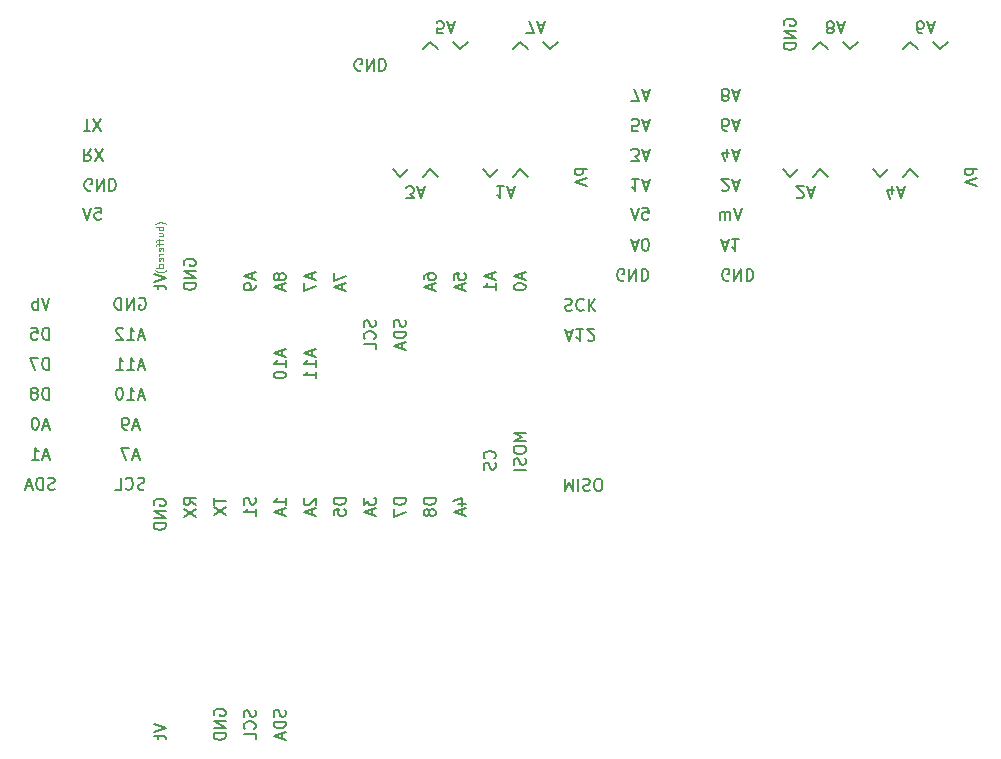
<source format=gbr>
G04 #@! TF.FileFunction,Legend,Bot*
%FSLAX46Y46*%
G04 Gerber Fmt 4.6, Leading zero omitted, Abs format (unit mm)*
G04 Created by KiCad (PCBNEW 4.0.6) date Tuesday, June 20, 2017 'PMt' 02:00:50 PM*
%MOMM*%
%LPD*%
G01*
G04 APERTURE LIST*
%ADD10C,0.100000*%
%ADD11C,0.150000*%
%ADD12C,0.200000*%
G04 APERTURE END LIST*
D10*
D11*
X177561905Y-86574286D02*
X177561905Y-85907619D01*
X177323809Y-86955238D02*
X177085714Y-86240952D01*
X177704762Y-86240952D01*
X178038095Y-86193333D02*
X178514286Y-86193333D01*
X177942857Y-85907619D02*
X178276190Y-86907619D01*
X178609524Y-85907619D01*
X177085714Y-89352381D02*
X177133333Y-89400000D01*
X177228571Y-89447619D01*
X177466667Y-89447619D01*
X177561905Y-89400000D01*
X177609524Y-89352381D01*
X177657143Y-89257143D01*
X177657143Y-89161905D01*
X177609524Y-89019048D01*
X177038095Y-88447619D01*
X177657143Y-88447619D01*
X178038095Y-88733333D02*
X178514286Y-88733333D01*
X177942857Y-88447619D02*
X178276190Y-89447619D01*
X178609524Y-88447619D01*
X177561905Y-84367619D02*
X177371428Y-84367619D01*
X177276190Y-84320000D01*
X177228571Y-84272381D01*
X177133333Y-84129524D01*
X177085714Y-83939048D01*
X177085714Y-83558095D01*
X177133333Y-83462857D01*
X177180952Y-83415238D01*
X177276190Y-83367619D01*
X177466667Y-83367619D01*
X177561905Y-83415238D01*
X177609524Y-83462857D01*
X177657143Y-83558095D01*
X177657143Y-83796190D01*
X177609524Y-83891429D01*
X177561905Y-83939048D01*
X177466667Y-83986667D01*
X177276190Y-83986667D01*
X177180952Y-83939048D01*
X177133333Y-83891429D01*
X177085714Y-83796190D01*
X178038095Y-83653333D02*
X178514286Y-83653333D01*
X177942857Y-83367619D02*
X178276190Y-84367619D01*
X178609524Y-83367619D01*
X177276190Y-81399048D02*
X177180952Y-81446667D01*
X177133333Y-81494286D01*
X177085714Y-81589524D01*
X177085714Y-81637143D01*
X177133333Y-81732381D01*
X177180952Y-81780000D01*
X177276190Y-81827619D01*
X177466667Y-81827619D01*
X177561905Y-81780000D01*
X177609524Y-81732381D01*
X177657143Y-81637143D01*
X177657143Y-81589524D01*
X177609524Y-81494286D01*
X177561905Y-81446667D01*
X177466667Y-81399048D01*
X177276190Y-81399048D01*
X177180952Y-81351429D01*
X177133333Y-81303810D01*
X177085714Y-81208571D01*
X177085714Y-81018095D01*
X177133333Y-80922857D01*
X177180952Y-80875238D01*
X177276190Y-80827619D01*
X177466667Y-80827619D01*
X177561905Y-80875238D01*
X177609524Y-80922857D01*
X177657143Y-81018095D01*
X177657143Y-81208571D01*
X177609524Y-81303810D01*
X177561905Y-81351429D01*
X177466667Y-81399048D01*
X178038095Y-81113333D02*
X178514286Y-81113333D01*
X177942857Y-80827619D02*
X178276190Y-81827619D01*
X178609524Y-80827619D01*
X169418095Y-81827619D02*
X170084762Y-81827619D01*
X169656190Y-80827619D01*
X170418095Y-81113333D02*
X170894286Y-81113333D01*
X170322857Y-80827619D02*
X170656190Y-81827619D01*
X170989524Y-80827619D01*
X169989524Y-84367619D02*
X169513333Y-84367619D01*
X169465714Y-83891429D01*
X169513333Y-83939048D01*
X169608571Y-83986667D01*
X169846667Y-83986667D01*
X169941905Y-83939048D01*
X169989524Y-83891429D01*
X170037143Y-83796190D01*
X170037143Y-83558095D01*
X169989524Y-83462857D01*
X169941905Y-83415238D01*
X169846667Y-83367619D01*
X169608571Y-83367619D01*
X169513333Y-83415238D01*
X169465714Y-83462857D01*
X170418095Y-83653333D02*
X170894286Y-83653333D01*
X170322857Y-83367619D02*
X170656190Y-84367619D01*
X170989524Y-83367619D01*
X169418095Y-86907619D02*
X170037143Y-86907619D01*
X169703809Y-86526667D01*
X169846667Y-86526667D01*
X169941905Y-86479048D01*
X169989524Y-86431429D01*
X170037143Y-86336190D01*
X170037143Y-86098095D01*
X169989524Y-86002857D01*
X169941905Y-85955238D01*
X169846667Y-85907619D01*
X169560952Y-85907619D01*
X169465714Y-85955238D01*
X169418095Y-86002857D01*
X170418095Y-86193333D02*
X170894286Y-86193333D01*
X170322857Y-85907619D02*
X170656190Y-86907619D01*
X170989524Y-85907619D01*
X170037143Y-88447619D02*
X169465714Y-88447619D01*
X169751428Y-88447619D02*
X169751428Y-89447619D01*
X169656190Y-89304762D01*
X169560952Y-89209524D01*
X169465714Y-89161905D01*
X170418095Y-88733333D02*
X170894286Y-88733333D01*
X170322857Y-88447619D02*
X170656190Y-89447619D01*
X170989524Y-88447619D01*
X168783096Y-97020000D02*
X168687858Y-97067619D01*
X168545001Y-97067619D01*
X168402143Y-97020000D01*
X168306905Y-96924762D01*
X168259286Y-96829524D01*
X168211667Y-96639048D01*
X168211667Y-96496190D01*
X168259286Y-96305714D01*
X168306905Y-96210476D01*
X168402143Y-96115238D01*
X168545001Y-96067619D01*
X168640239Y-96067619D01*
X168783096Y-96115238D01*
X168830715Y-96162857D01*
X168830715Y-96496190D01*
X168640239Y-96496190D01*
X169259286Y-96067619D02*
X169259286Y-97067619D01*
X169830715Y-96067619D01*
X169830715Y-97067619D01*
X170306905Y-96067619D02*
X170306905Y-97067619D01*
X170545000Y-97067619D01*
X170687858Y-97020000D01*
X170783096Y-96924762D01*
X170830715Y-96829524D01*
X170878334Y-96639048D01*
X170878334Y-96496190D01*
X170830715Y-96305714D01*
X170783096Y-96210476D01*
X170687858Y-96115238D01*
X170545000Y-96067619D01*
X170306905Y-96067619D01*
X177673096Y-97020000D02*
X177577858Y-97067619D01*
X177435001Y-97067619D01*
X177292143Y-97020000D01*
X177196905Y-96924762D01*
X177149286Y-96829524D01*
X177101667Y-96639048D01*
X177101667Y-96496190D01*
X177149286Y-96305714D01*
X177196905Y-96210476D01*
X177292143Y-96115238D01*
X177435001Y-96067619D01*
X177530239Y-96067619D01*
X177673096Y-96115238D01*
X177720715Y-96162857D01*
X177720715Y-96496190D01*
X177530239Y-96496190D01*
X178149286Y-96067619D02*
X178149286Y-97067619D01*
X178720715Y-96067619D01*
X178720715Y-97067619D01*
X179196905Y-96067619D02*
X179196905Y-97067619D01*
X179435000Y-97067619D01*
X179577858Y-97020000D01*
X179673096Y-96924762D01*
X179720715Y-96829524D01*
X179768334Y-96639048D01*
X179768334Y-96496190D01*
X179720715Y-96305714D01*
X179673096Y-96210476D01*
X179577858Y-96115238D01*
X179435000Y-96067619D01*
X179196905Y-96067619D01*
X177085714Y-93813333D02*
X177561905Y-93813333D01*
X176990476Y-93527619D02*
X177323809Y-94527619D01*
X177657143Y-93527619D01*
X178514286Y-93527619D02*
X177942857Y-93527619D01*
X178228571Y-93527619D02*
X178228571Y-94527619D01*
X178133333Y-94384762D01*
X178038095Y-94289524D01*
X177942857Y-94241905D01*
X169465714Y-93813333D02*
X169941905Y-93813333D01*
X169370476Y-93527619D02*
X169703809Y-94527619D01*
X170037143Y-93527619D01*
X170560952Y-94527619D02*
X170656191Y-94527619D01*
X170751429Y-94480000D01*
X170799048Y-94432381D01*
X170846667Y-94337143D01*
X170894286Y-94146667D01*
X170894286Y-93908571D01*
X170846667Y-93718095D01*
X170799048Y-93622857D01*
X170751429Y-93575238D01*
X170656191Y-93527619D01*
X170560952Y-93527619D01*
X170465714Y-93575238D01*
X170418095Y-93622857D01*
X170370476Y-93718095D01*
X170322857Y-93908571D01*
X170322857Y-94146667D01*
X170370476Y-94337143D01*
X170418095Y-94432381D01*
X170465714Y-94480000D01*
X170560952Y-94527619D01*
X170370476Y-90892381D02*
X170846667Y-90892381D01*
X170894286Y-91368571D01*
X170846667Y-91320952D01*
X170751429Y-91273333D01*
X170513333Y-91273333D01*
X170418095Y-91320952D01*
X170370476Y-91368571D01*
X170322857Y-91463810D01*
X170322857Y-91701905D01*
X170370476Y-91797143D01*
X170418095Y-91844762D01*
X170513333Y-91892381D01*
X170751429Y-91892381D01*
X170846667Y-91844762D01*
X170894286Y-91797143D01*
X170037143Y-90892381D02*
X169703810Y-91892381D01*
X169370476Y-90892381D01*
X178800000Y-90892381D02*
X178466667Y-91892381D01*
X178133333Y-90892381D01*
X177800000Y-91892381D02*
X177800000Y-91225714D01*
X177800000Y-91320952D02*
X177752381Y-91273333D01*
X177657143Y-91225714D01*
X177514285Y-91225714D01*
X177419047Y-91273333D01*
X177371428Y-91368571D01*
X177371428Y-91892381D01*
X177371428Y-91368571D02*
X177323809Y-91273333D01*
X177228571Y-91225714D01*
X177085714Y-91225714D01*
X176990476Y-91273333D01*
X176942857Y-91368571D01*
X176942857Y-91892381D01*
X198667619Y-89050714D02*
X197667619Y-88717381D01*
X198667619Y-88384047D01*
X197667619Y-87622142D02*
X198667619Y-87622142D01*
X197715238Y-87622142D02*
X197667619Y-87717380D01*
X197667619Y-87907857D01*
X197715238Y-88003095D01*
X197762857Y-88050714D01*
X197858095Y-88098333D01*
X198143810Y-88098333D01*
X198239048Y-88050714D01*
X198286667Y-88003095D01*
X198334286Y-87907857D01*
X198334286Y-87717380D01*
X198286667Y-87622142D01*
X165647619Y-89050714D02*
X164647619Y-88717381D01*
X165647619Y-88384047D01*
X164647619Y-87622142D02*
X165647619Y-87622142D01*
X164695238Y-87622142D02*
X164647619Y-87717380D01*
X164647619Y-87907857D01*
X164695238Y-88003095D01*
X164742857Y-88050714D01*
X164838095Y-88098333D01*
X165123810Y-88098333D01*
X165219048Y-88050714D01*
X165266667Y-88003095D01*
X165314286Y-87907857D01*
X165314286Y-87717380D01*
X165266667Y-87622142D01*
X182380000Y-75438096D02*
X182332381Y-75342858D01*
X182332381Y-75200001D01*
X182380000Y-75057143D01*
X182475238Y-74961905D01*
X182570476Y-74914286D01*
X182760952Y-74866667D01*
X182903810Y-74866667D01*
X183094286Y-74914286D01*
X183189524Y-74961905D01*
X183284762Y-75057143D01*
X183332381Y-75200001D01*
X183332381Y-75295239D01*
X183284762Y-75438096D01*
X183237143Y-75485715D01*
X182903810Y-75485715D01*
X182903810Y-75295239D01*
X183332381Y-75914286D02*
X182332381Y-75914286D01*
X183332381Y-76485715D01*
X182332381Y-76485715D01*
X183332381Y-76961905D02*
X182332381Y-76961905D01*
X182332381Y-77200000D01*
X182380000Y-77342858D01*
X182475238Y-77438096D01*
X182570476Y-77485715D01*
X182760952Y-77533334D01*
X182903810Y-77533334D01*
X183094286Y-77485715D01*
X183189524Y-77438096D01*
X183284762Y-77342858D01*
X183332381Y-77200000D01*
X183332381Y-76961905D01*
X146558096Y-79240000D02*
X146462858Y-79287619D01*
X146320001Y-79287619D01*
X146177143Y-79240000D01*
X146081905Y-79144762D01*
X146034286Y-79049524D01*
X145986667Y-78859048D01*
X145986667Y-78716190D01*
X146034286Y-78525714D01*
X146081905Y-78430476D01*
X146177143Y-78335238D01*
X146320001Y-78287619D01*
X146415239Y-78287619D01*
X146558096Y-78335238D01*
X146605715Y-78382857D01*
X146605715Y-78716190D01*
X146415239Y-78716190D01*
X147034286Y-78287619D02*
X147034286Y-79287619D01*
X147605715Y-78287619D01*
X147605715Y-79287619D01*
X148081905Y-78287619D02*
X148081905Y-79287619D01*
X148320000Y-79287619D01*
X148462858Y-79240000D01*
X148558096Y-79144762D01*
X148605715Y-79049524D01*
X148653334Y-78859048D01*
X148653334Y-78716190D01*
X148605715Y-78525714D01*
X148558096Y-78430476D01*
X148462858Y-78335238D01*
X148320000Y-78287619D01*
X148081905Y-78287619D01*
X186166190Y-75684048D02*
X186070952Y-75731667D01*
X186023333Y-75779286D01*
X185975714Y-75874524D01*
X185975714Y-75922143D01*
X186023333Y-76017381D01*
X186070952Y-76065000D01*
X186166190Y-76112619D01*
X186356667Y-76112619D01*
X186451905Y-76065000D01*
X186499524Y-76017381D01*
X186547143Y-75922143D01*
X186547143Y-75874524D01*
X186499524Y-75779286D01*
X186451905Y-75731667D01*
X186356667Y-75684048D01*
X186166190Y-75684048D01*
X186070952Y-75636429D01*
X186023333Y-75588810D01*
X185975714Y-75493571D01*
X185975714Y-75303095D01*
X186023333Y-75207857D01*
X186070952Y-75160238D01*
X186166190Y-75112619D01*
X186356667Y-75112619D01*
X186451905Y-75160238D01*
X186499524Y-75207857D01*
X186547143Y-75303095D01*
X186547143Y-75493571D01*
X186499524Y-75588810D01*
X186451905Y-75636429D01*
X186356667Y-75684048D01*
X186928095Y-75398333D02*
X187404286Y-75398333D01*
X186832857Y-75112619D02*
X187166190Y-76112619D01*
X187499524Y-75112619D01*
X194071905Y-76112619D02*
X193881428Y-76112619D01*
X193786190Y-76065000D01*
X193738571Y-76017381D01*
X193643333Y-75874524D01*
X193595714Y-75684048D01*
X193595714Y-75303095D01*
X193643333Y-75207857D01*
X193690952Y-75160238D01*
X193786190Y-75112619D01*
X193976667Y-75112619D01*
X194071905Y-75160238D01*
X194119524Y-75207857D01*
X194167143Y-75303095D01*
X194167143Y-75541190D01*
X194119524Y-75636429D01*
X194071905Y-75684048D01*
X193976667Y-75731667D01*
X193786190Y-75731667D01*
X193690952Y-75684048D01*
X193643333Y-75636429D01*
X193595714Y-75541190D01*
X194548095Y-75398333D02*
X195024286Y-75398333D01*
X194452857Y-75112619D02*
X194786190Y-76112619D01*
X195119524Y-75112619D01*
X153479524Y-76112619D02*
X153003333Y-76112619D01*
X152955714Y-75636429D01*
X153003333Y-75684048D01*
X153098571Y-75731667D01*
X153336667Y-75731667D01*
X153431905Y-75684048D01*
X153479524Y-75636429D01*
X153527143Y-75541190D01*
X153527143Y-75303095D01*
X153479524Y-75207857D01*
X153431905Y-75160238D01*
X153336667Y-75112619D01*
X153098571Y-75112619D01*
X153003333Y-75160238D01*
X152955714Y-75207857D01*
X153908095Y-75398333D02*
X154384286Y-75398333D01*
X153812857Y-75112619D02*
X154146190Y-76112619D01*
X154479524Y-75112619D01*
X150368095Y-90082619D02*
X150987143Y-90082619D01*
X150653809Y-89701667D01*
X150796667Y-89701667D01*
X150891905Y-89654048D01*
X150939524Y-89606429D01*
X150987143Y-89511190D01*
X150987143Y-89273095D01*
X150939524Y-89177857D01*
X150891905Y-89130238D01*
X150796667Y-89082619D01*
X150510952Y-89082619D01*
X150415714Y-89130238D01*
X150368095Y-89177857D01*
X151368095Y-89368333D02*
X151844286Y-89368333D01*
X151272857Y-89082619D02*
X151606190Y-90082619D01*
X151939524Y-89082619D01*
X183435714Y-89987381D02*
X183483333Y-90035000D01*
X183578571Y-90082619D01*
X183816667Y-90082619D01*
X183911905Y-90035000D01*
X183959524Y-89987381D01*
X184007143Y-89892143D01*
X184007143Y-89796905D01*
X183959524Y-89654048D01*
X183388095Y-89082619D01*
X184007143Y-89082619D01*
X184388095Y-89368333D02*
X184864286Y-89368333D01*
X184292857Y-89082619D02*
X184626190Y-90082619D01*
X184959524Y-89082619D01*
X191531905Y-89749286D02*
X191531905Y-89082619D01*
X191293809Y-90130238D02*
X191055714Y-89415952D01*
X191674762Y-89415952D01*
X192008095Y-89368333D02*
X192484286Y-89368333D01*
X191912857Y-89082619D02*
X192246190Y-90082619D01*
X192579524Y-89082619D01*
X160528095Y-76112619D02*
X161194762Y-76112619D01*
X160766190Y-75112619D01*
X161528095Y-75398333D02*
X162004286Y-75398333D01*
X161432857Y-75112619D02*
X161766190Y-76112619D01*
X162099524Y-75112619D01*
D12*
X182880000Y-88265000D02*
X182245000Y-87630000D01*
X183515000Y-87630000D02*
X182880000Y-88265000D01*
X185420000Y-87630000D02*
X184785000Y-88265000D01*
X186055000Y-88265000D02*
X185420000Y-87630000D01*
X190500000Y-88265000D02*
X189865000Y-87630000D01*
X191135000Y-87630000D02*
X190500000Y-88265000D01*
X193040000Y-87630000D02*
X192405000Y-88265000D01*
X193675000Y-88265000D02*
X193040000Y-87630000D01*
X195580000Y-77470000D02*
X196215000Y-76835000D01*
X194945000Y-76835000D02*
X195580000Y-77470000D01*
X193040000Y-76835000D02*
X193675000Y-77470000D01*
X192405000Y-77470000D02*
X193040000Y-76835000D01*
X187960000Y-77470000D02*
X188595000Y-76835000D01*
X187325000Y-76835000D02*
X187960000Y-77470000D01*
X185420000Y-76835000D02*
X186055000Y-77470000D01*
X184785000Y-77470000D02*
X185420000Y-76835000D01*
X162560000Y-77470000D02*
X163195000Y-76835000D01*
X161925000Y-76835000D02*
X162560000Y-77470000D01*
X160020000Y-76835000D02*
X160655000Y-77470000D01*
X159385000Y-77470000D02*
X160020000Y-76835000D01*
X154940000Y-77470000D02*
X155575000Y-76835000D01*
X154305000Y-76835000D02*
X154940000Y-77470000D01*
X152400000Y-76835000D02*
X153035000Y-77470000D01*
X151765000Y-77470000D02*
X152400000Y-76835000D01*
X149860000Y-88265000D02*
X149225000Y-87630000D01*
X150495000Y-87630000D02*
X149860000Y-88265000D01*
X152400000Y-87630000D02*
X151765000Y-88265000D01*
X153035000Y-88265000D02*
X152400000Y-87630000D01*
X157480000Y-88265000D02*
X156845000Y-87630000D01*
X158115000Y-87630000D02*
X157480000Y-88265000D01*
X160020000Y-87630000D02*
X159385000Y-88265000D01*
X160655000Y-88265000D02*
X160020000Y-87630000D01*
D11*
X158607143Y-89082619D02*
X158035714Y-89082619D01*
X158321428Y-89082619D02*
X158321428Y-90082619D01*
X158226190Y-89939762D01*
X158130952Y-89844524D01*
X158035714Y-89796905D01*
X158988095Y-89368333D02*
X159464286Y-89368333D01*
X158892857Y-89082619D02*
X159226190Y-90082619D01*
X159559524Y-89082619D01*
X123658334Y-85907619D02*
X123325000Y-86383810D01*
X123086905Y-85907619D02*
X123086905Y-86907619D01*
X123467858Y-86907619D01*
X123563096Y-86860000D01*
X123610715Y-86812381D01*
X123658334Y-86717143D01*
X123658334Y-86574286D01*
X123610715Y-86479048D01*
X123563096Y-86431429D01*
X123467858Y-86383810D01*
X123086905Y-86383810D01*
X123991667Y-86907619D02*
X124658334Y-85907619D01*
X124658334Y-86907619D02*
X123991667Y-85907619D01*
X123063095Y-84367619D02*
X123634524Y-84367619D01*
X123348809Y-83367619D02*
X123348809Y-84367619D01*
X123872619Y-84367619D02*
X124539286Y-83367619D01*
X124539286Y-84367619D02*
X123872619Y-83367619D01*
X123698096Y-89400000D02*
X123602858Y-89447619D01*
X123460001Y-89447619D01*
X123317143Y-89400000D01*
X123221905Y-89304762D01*
X123174286Y-89209524D01*
X123126667Y-89019048D01*
X123126667Y-88876190D01*
X123174286Y-88685714D01*
X123221905Y-88590476D01*
X123317143Y-88495238D01*
X123460001Y-88447619D01*
X123555239Y-88447619D01*
X123698096Y-88495238D01*
X123745715Y-88542857D01*
X123745715Y-88876190D01*
X123555239Y-88876190D01*
X124174286Y-88447619D02*
X124174286Y-89447619D01*
X124745715Y-88447619D01*
X124745715Y-89447619D01*
X125221905Y-88447619D02*
X125221905Y-89447619D01*
X125460000Y-89447619D01*
X125602858Y-89400000D01*
X125698096Y-89304762D01*
X125745715Y-89209524D01*
X125793334Y-89019048D01*
X125793334Y-88876190D01*
X125745715Y-88685714D01*
X125698096Y-88590476D01*
X125602858Y-88495238D01*
X125460000Y-88447619D01*
X125221905Y-88447619D01*
X124015476Y-90892381D02*
X124491667Y-90892381D01*
X124539286Y-91368571D01*
X124491667Y-91320952D01*
X124396429Y-91273333D01*
X124158333Y-91273333D01*
X124063095Y-91320952D01*
X124015476Y-91368571D01*
X123967857Y-91463810D01*
X123967857Y-91701905D01*
X124015476Y-91797143D01*
X124063095Y-91844762D01*
X124158333Y-91892381D01*
X124396429Y-91892381D01*
X124491667Y-91844762D01*
X124539286Y-91797143D01*
X123682143Y-90892381D02*
X123348810Y-91892381D01*
X123015476Y-90892381D01*
X140104762Y-133405714D02*
X140152381Y-133548571D01*
X140152381Y-133786667D01*
X140104762Y-133881905D01*
X140057143Y-133929524D01*
X139961905Y-133977143D01*
X139866667Y-133977143D01*
X139771429Y-133929524D01*
X139723810Y-133881905D01*
X139676190Y-133786667D01*
X139628571Y-133596190D01*
X139580952Y-133500952D01*
X139533333Y-133453333D01*
X139438095Y-133405714D01*
X139342857Y-133405714D01*
X139247619Y-133453333D01*
X139200000Y-133500952D01*
X139152381Y-133596190D01*
X139152381Y-133834286D01*
X139200000Y-133977143D01*
X140152381Y-134405714D02*
X139152381Y-134405714D01*
X139152381Y-134643809D01*
X139200000Y-134786667D01*
X139295238Y-134881905D01*
X139390476Y-134929524D01*
X139580952Y-134977143D01*
X139723810Y-134977143D01*
X139914286Y-134929524D01*
X140009524Y-134881905D01*
X140104762Y-134786667D01*
X140152381Y-134643809D01*
X140152381Y-134405714D01*
X139866667Y-135358095D02*
X139866667Y-135834286D01*
X140152381Y-135262857D02*
X139152381Y-135596190D01*
X140152381Y-135929524D01*
X137564762Y-133429524D02*
X137612381Y-133572381D01*
X137612381Y-133810477D01*
X137564762Y-133905715D01*
X137517143Y-133953334D01*
X137421905Y-134000953D01*
X137326667Y-134000953D01*
X137231429Y-133953334D01*
X137183810Y-133905715D01*
X137136190Y-133810477D01*
X137088571Y-133620000D01*
X137040952Y-133524762D01*
X136993333Y-133477143D01*
X136898095Y-133429524D01*
X136802857Y-133429524D01*
X136707619Y-133477143D01*
X136660000Y-133524762D01*
X136612381Y-133620000D01*
X136612381Y-133858096D01*
X136660000Y-134000953D01*
X137517143Y-135000953D02*
X137564762Y-134953334D01*
X137612381Y-134810477D01*
X137612381Y-134715239D01*
X137564762Y-134572381D01*
X137469524Y-134477143D01*
X137374286Y-134429524D01*
X137183810Y-134381905D01*
X137040952Y-134381905D01*
X136850476Y-134429524D01*
X136755238Y-134477143D01*
X136660000Y-134572381D01*
X136612381Y-134715239D01*
X136612381Y-134810477D01*
X136660000Y-134953334D01*
X136707619Y-135000953D01*
X137612381Y-135905715D02*
X137612381Y-135429524D01*
X136612381Y-135429524D01*
X134120000Y-133858096D02*
X134072381Y-133762858D01*
X134072381Y-133620001D01*
X134120000Y-133477143D01*
X134215238Y-133381905D01*
X134310476Y-133334286D01*
X134500952Y-133286667D01*
X134643810Y-133286667D01*
X134834286Y-133334286D01*
X134929524Y-133381905D01*
X135024762Y-133477143D01*
X135072381Y-133620001D01*
X135072381Y-133715239D01*
X135024762Y-133858096D01*
X134977143Y-133905715D01*
X134643810Y-133905715D01*
X134643810Y-133715239D01*
X135072381Y-134334286D02*
X134072381Y-134334286D01*
X135072381Y-134905715D01*
X134072381Y-134905715D01*
X135072381Y-135381905D02*
X134072381Y-135381905D01*
X134072381Y-135620000D01*
X134120000Y-135762858D01*
X134215238Y-135858096D01*
X134310476Y-135905715D01*
X134500952Y-135953334D01*
X134643810Y-135953334D01*
X134834286Y-135905715D01*
X134929524Y-135858096D01*
X135024762Y-135762858D01*
X135072381Y-135620000D01*
X135072381Y-135381905D01*
X128992381Y-134635952D02*
X129992381Y-134969285D01*
X128992381Y-135302619D01*
X129325714Y-135493095D02*
X129325714Y-135874047D01*
X128992381Y-135635952D02*
X129849524Y-135635952D01*
X129944762Y-135683571D01*
X129992381Y-135778809D01*
X129992381Y-135874047D01*
X129040000Y-116078096D02*
X128992381Y-115982858D01*
X128992381Y-115840001D01*
X129040000Y-115697143D01*
X129135238Y-115601905D01*
X129230476Y-115554286D01*
X129420952Y-115506667D01*
X129563810Y-115506667D01*
X129754286Y-115554286D01*
X129849524Y-115601905D01*
X129944762Y-115697143D01*
X129992381Y-115840001D01*
X129992381Y-115935239D01*
X129944762Y-116078096D01*
X129897143Y-116125715D01*
X129563810Y-116125715D01*
X129563810Y-115935239D01*
X129992381Y-116554286D02*
X128992381Y-116554286D01*
X129992381Y-117125715D01*
X128992381Y-117125715D01*
X129992381Y-117601905D02*
X128992381Y-117601905D01*
X128992381Y-117840000D01*
X129040000Y-117982858D01*
X129135238Y-118078096D01*
X129230476Y-118125715D01*
X129420952Y-118173334D01*
X129563810Y-118173334D01*
X129754286Y-118125715D01*
X129849524Y-118078096D01*
X129944762Y-117982858D01*
X129992381Y-117840000D01*
X129992381Y-117601905D01*
X132532381Y-116038334D02*
X132056190Y-115705000D01*
X132532381Y-115466905D02*
X131532381Y-115466905D01*
X131532381Y-115847858D01*
X131580000Y-115943096D01*
X131627619Y-115990715D01*
X131722857Y-116038334D01*
X131865714Y-116038334D01*
X131960952Y-115990715D01*
X132008571Y-115943096D01*
X132056190Y-115847858D01*
X132056190Y-115466905D01*
X131532381Y-116371667D02*
X132532381Y-117038334D01*
X131532381Y-117038334D02*
X132532381Y-116371667D01*
X134072381Y-115443095D02*
X134072381Y-116014524D01*
X135072381Y-115728809D02*
X134072381Y-115728809D01*
X134072381Y-116252619D02*
X135072381Y-116919286D01*
X134072381Y-116919286D02*
X135072381Y-116252619D01*
X137564762Y-115443095D02*
X137612381Y-115585952D01*
X137612381Y-115824048D01*
X137564762Y-115919286D01*
X137517143Y-115966905D01*
X137421905Y-116014524D01*
X137326667Y-116014524D01*
X137231429Y-115966905D01*
X137183810Y-115919286D01*
X137136190Y-115824048D01*
X137088571Y-115633571D01*
X137040952Y-115538333D01*
X136993333Y-115490714D01*
X136898095Y-115443095D01*
X136802857Y-115443095D01*
X136707619Y-115490714D01*
X136660000Y-115538333D01*
X136612381Y-115633571D01*
X136612381Y-115871667D01*
X136660000Y-116014524D01*
X137612381Y-116966905D02*
X137612381Y-116395476D01*
X137612381Y-116681190D02*
X136612381Y-116681190D01*
X136755238Y-116585952D01*
X136850476Y-116490714D01*
X136898095Y-116395476D01*
X140152381Y-116062143D02*
X140152381Y-115490714D01*
X140152381Y-115776428D02*
X139152381Y-115776428D01*
X139295238Y-115681190D01*
X139390476Y-115585952D01*
X139438095Y-115490714D01*
X139866667Y-116443095D02*
X139866667Y-116919286D01*
X140152381Y-116347857D02*
X139152381Y-116681190D01*
X140152381Y-117014524D01*
X141787619Y-115490714D02*
X141740000Y-115538333D01*
X141692381Y-115633571D01*
X141692381Y-115871667D01*
X141740000Y-115966905D01*
X141787619Y-116014524D01*
X141882857Y-116062143D01*
X141978095Y-116062143D01*
X142120952Y-116014524D01*
X142692381Y-115443095D01*
X142692381Y-116062143D01*
X142406667Y-116443095D02*
X142406667Y-116919286D01*
X142692381Y-116347857D02*
X141692381Y-116681190D01*
X142692381Y-117014524D01*
X145232381Y-115466905D02*
X144232381Y-115466905D01*
X144232381Y-115705000D01*
X144280000Y-115847858D01*
X144375238Y-115943096D01*
X144470476Y-115990715D01*
X144660952Y-116038334D01*
X144803810Y-116038334D01*
X144994286Y-115990715D01*
X145089524Y-115943096D01*
X145184762Y-115847858D01*
X145232381Y-115705000D01*
X145232381Y-115466905D01*
X144232381Y-116943096D02*
X144232381Y-116466905D01*
X144708571Y-116419286D01*
X144660952Y-116466905D01*
X144613333Y-116562143D01*
X144613333Y-116800239D01*
X144660952Y-116895477D01*
X144708571Y-116943096D01*
X144803810Y-116990715D01*
X145041905Y-116990715D01*
X145137143Y-116943096D01*
X145184762Y-116895477D01*
X145232381Y-116800239D01*
X145232381Y-116562143D01*
X145184762Y-116466905D01*
X145137143Y-116419286D01*
X146772381Y-115443095D02*
X146772381Y-116062143D01*
X147153333Y-115728809D01*
X147153333Y-115871667D01*
X147200952Y-115966905D01*
X147248571Y-116014524D01*
X147343810Y-116062143D01*
X147581905Y-116062143D01*
X147677143Y-116014524D01*
X147724762Y-115966905D01*
X147772381Y-115871667D01*
X147772381Y-115585952D01*
X147724762Y-115490714D01*
X147677143Y-115443095D01*
X147486667Y-116443095D02*
X147486667Y-116919286D01*
X147772381Y-116347857D02*
X146772381Y-116681190D01*
X147772381Y-117014524D01*
X150312381Y-115466905D02*
X149312381Y-115466905D01*
X149312381Y-115705000D01*
X149360000Y-115847858D01*
X149455238Y-115943096D01*
X149550476Y-115990715D01*
X149740952Y-116038334D01*
X149883810Y-116038334D01*
X150074286Y-115990715D01*
X150169524Y-115943096D01*
X150264762Y-115847858D01*
X150312381Y-115705000D01*
X150312381Y-115466905D01*
X149312381Y-116371667D02*
X149312381Y-117038334D01*
X150312381Y-116609762D01*
X152852381Y-115466905D02*
X151852381Y-115466905D01*
X151852381Y-115705000D01*
X151900000Y-115847858D01*
X151995238Y-115943096D01*
X152090476Y-115990715D01*
X152280952Y-116038334D01*
X152423810Y-116038334D01*
X152614286Y-115990715D01*
X152709524Y-115943096D01*
X152804762Y-115847858D01*
X152852381Y-115705000D01*
X152852381Y-115466905D01*
X152280952Y-116609762D02*
X152233333Y-116514524D01*
X152185714Y-116466905D01*
X152090476Y-116419286D01*
X152042857Y-116419286D01*
X151947619Y-116466905D01*
X151900000Y-116514524D01*
X151852381Y-116609762D01*
X151852381Y-116800239D01*
X151900000Y-116895477D01*
X151947619Y-116943096D01*
X152042857Y-116990715D01*
X152090476Y-116990715D01*
X152185714Y-116943096D01*
X152233333Y-116895477D01*
X152280952Y-116800239D01*
X152280952Y-116609762D01*
X152328571Y-116514524D01*
X152376190Y-116466905D01*
X152471429Y-116419286D01*
X152661905Y-116419286D01*
X152757143Y-116466905D01*
X152804762Y-116514524D01*
X152852381Y-116609762D01*
X152852381Y-116800239D01*
X152804762Y-116895477D01*
X152757143Y-116943096D01*
X152661905Y-116990715D01*
X152471429Y-116990715D01*
X152376190Y-116943096D01*
X152328571Y-116895477D01*
X152280952Y-116800239D01*
X154725714Y-115966905D02*
X155392381Y-115966905D01*
X154344762Y-115728809D02*
X155059048Y-115490714D01*
X155059048Y-116109762D01*
X155106667Y-116443095D02*
X155106667Y-116919286D01*
X155392381Y-116347857D02*
X154392381Y-116681190D01*
X155392381Y-117014524D01*
X157837143Y-112101334D02*
X157884762Y-112053715D01*
X157932381Y-111910858D01*
X157932381Y-111815620D01*
X157884762Y-111672762D01*
X157789524Y-111577524D01*
X157694286Y-111529905D01*
X157503810Y-111482286D01*
X157360952Y-111482286D01*
X157170476Y-111529905D01*
X157075238Y-111577524D01*
X156980000Y-111672762D01*
X156932381Y-111815620D01*
X156932381Y-111910858D01*
X156980000Y-112053715D01*
X157027619Y-112101334D01*
X157884762Y-112482286D02*
X157932381Y-112625143D01*
X157932381Y-112863239D01*
X157884762Y-112958477D01*
X157837143Y-113006096D01*
X157741905Y-113053715D01*
X157646667Y-113053715D01*
X157551429Y-113006096D01*
X157503810Y-112958477D01*
X157456190Y-112863239D01*
X157408571Y-112672762D01*
X157360952Y-112577524D01*
X157313333Y-112529905D01*
X157218095Y-112482286D01*
X157122857Y-112482286D01*
X157027619Y-112529905D01*
X156980000Y-112577524D01*
X156932381Y-112672762D01*
X156932381Y-112910858D01*
X156980000Y-113053715D01*
X160472381Y-109934572D02*
X159472381Y-109934572D01*
X160186667Y-110267906D01*
X159472381Y-110601239D01*
X160472381Y-110601239D01*
X159472381Y-111267905D02*
X159472381Y-111458382D01*
X159520000Y-111553620D01*
X159615238Y-111648858D01*
X159805714Y-111696477D01*
X160139048Y-111696477D01*
X160329524Y-111648858D01*
X160424762Y-111553620D01*
X160472381Y-111458382D01*
X160472381Y-111267905D01*
X160424762Y-111172667D01*
X160329524Y-111077429D01*
X160139048Y-111029810D01*
X159805714Y-111029810D01*
X159615238Y-111077429D01*
X159520000Y-111172667D01*
X159472381Y-111267905D01*
X160424762Y-112077429D02*
X160472381Y-112220286D01*
X160472381Y-112458382D01*
X160424762Y-112553620D01*
X160377143Y-112601239D01*
X160281905Y-112648858D01*
X160186667Y-112648858D01*
X160091429Y-112601239D01*
X160043810Y-112553620D01*
X159996190Y-112458382D01*
X159948571Y-112267905D01*
X159900952Y-112172667D01*
X159853333Y-112125048D01*
X159758095Y-112077429D01*
X159662857Y-112077429D01*
X159567619Y-112125048D01*
X159520000Y-112172667D01*
X159472381Y-112267905D01*
X159472381Y-112506001D01*
X159520000Y-112648858D01*
X160472381Y-113077429D02*
X159472381Y-113077429D01*
X163782572Y-113847619D02*
X163782572Y-114847619D01*
X164115906Y-114133333D01*
X164449239Y-114847619D01*
X164449239Y-113847619D01*
X164925429Y-113847619D02*
X164925429Y-114847619D01*
X165354000Y-113895238D02*
X165496857Y-113847619D01*
X165734953Y-113847619D01*
X165830191Y-113895238D01*
X165877810Y-113942857D01*
X165925429Y-114038095D01*
X165925429Y-114133333D01*
X165877810Y-114228571D01*
X165830191Y-114276190D01*
X165734953Y-114323810D01*
X165544476Y-114371429D01*
X165449238Y-114419048D01*
X165401619Y-114466667D01*
X165354000Y-114561905D01*
X165354000Y-114657143D01*
X165401619Y-114752381D01*
X165449238Y-114800000D01*
X165544476Y-114847619D01*
X165782572Y-114847619D01*
X165925429Y-114800000D01*
X166544476Y-114847619D02*
X166734953Y-114847619D01*
X166830191Y-114800000D01*
X166925429Y-114704762D01*
X166973048Y-114514286D01*
X166973048Y-114180952D01*
X166925429Y-113990476D01*
X166830191Y-113895238D01*
X166734953Y-113847619D01*
X166544476Y-113847619D01*
X166449238Y-113895238D01*
X166354000Y-113990476D01*
X166306381Y-114180952D01*
X166306381Y-114514286D01*
X166354000Y-114704762D01*
X166449238Y-114800000D01*
X166544476Y-114847619D01*
X163909524Y-101433333D02*
X164385715Y-101433333D01*
X163814286Y-101147619D02*
X164147619Y-102147619D01*
X164480953Y-101147619D01*
X165338096Y-101147619D02*
X164766667Y-101147619D01*
X165052381Y-101147619D02*
X165052381Y-102147619D01*
X164957143Y-102004762D01*
X164861905Y-101909524D01*
X164766667Y-101861905D01*
X165719048Y-102052381D02*
X165766667Y-102100000D01*
X165861905Y-102147619D01*
X166100001Y-102147619D01*
X166195239Y-102100000D01*
X166242858Y-102052381D01*
X166290477Y-101957143D01*
X166290477Y-101861905D01*
X166242858Y-101719048D01*
X165671429Y-101147619D01*
X166290477Y-101147619D01*
X163814286Y-98655238D02*
X163957143Y-98607619D01*
X164195239Y-98607619D01*
X164290477Y-98655238D01*
X164338096Y-98702857D01*
X164385715Y-98798095D01*
X164385715Y-98893333D01*
X164338096Y-98988571D01*
X164290477Y-99036190D01*
X164195239Y-99083810D01*
X164004762Y-99131429D01*
X163909524Y-99179048D01*
X163861905Y-99226667D01*
X163814286Y-99321905D01*
X163814286Y-99417143D01*
X163861905Y-99512381D01*
X163909524Y-99560000D01*
X164004762Y-99607619D01*
X164242858Y-99607619D01*
X164385715Y-99560000D01*
X165385715Y-98702857D02*
X165338096Y-98655238D01*
X165195239Y-98607619D01*
X165100001Y-98607619D01*
X164957143Y-98655238D01*
X164861905Y-98750476D01*
X164814286Y-98845714D01*
X164766667Y-99036190D01*
X164766667Y-99179048D01*
X164814286Y-99369524D01*
X164861905Y-99464762D01*
X164957143Y-99560000D01*
X165100001Y-99607619D01*
X165195239Y-99607619D01*
X165338096Y-99560000D01*
X165385715Y-99512381D01*
X165814286Y-98607619D02*
X165814286Y-99607619D01*
X166385715Y-98607619D02*
X165957143Y-99179048D01*
X166385715Y-99607619D02*
X165814286Y-99036190D01*
X160186667Y-96440714D02*
X160186667Y-96916905D01*
X160472381Y-96345476D02*
X159472381Y-96678809D01*
X160472381Y-97012143D01*
X159472381Y-97535952D02*
X159472381Y-97631191D01*
X159520000Y-97726429D01*
X159567619Y-97774048D01*
X159662857Y-97821667D01*
X159853333Y-97869286D01*
X160091429Y-97869286D01*
X160281905Y-97821667D01*
X160377143Y-97774048D01*
X160424762Y-97726429D01*
X160472381Y-97631191D01*
X160472381Y-97535952D01*
X160424762Y-97440714D01*
X160377143Y-97393095D01*
X160281905Y-97345476D01*
X160091429Y-97297857D01*
X159853333Y-97297857D01*
X159662857Y-97345476D01*
X159567619Y-97393095D01*
X159520000Y-97440714D01*
X159472381Y-97535952D01*
X157646667Y-96440714D02*
X157646667Y-96916905D01*
X157932381Y-96345476D02*
X156932381Y-96678809D01*
X157932381Y-97012143D01*
X157932381Y-97869286D02*
X157932381Y-97297857D01*
X157932381Y-97583571D02*
X156932381Y-97583571D01*
X157075238Y-97488333D01*
X157170476Y-97393095D01*
X157218095Y-97297857D01*
X154392381Y-96964524D02*
X154392381Y-96488333D01*
X154868571Y-96440714D01*
X154820952Y-96488333D01*
X154773333Y-96583571D01*
X154773333Y-96821667D01*
X154820952Y-96916905D01*
X154868571Y-96964524D01*
X154963810Y-97012143D01*
X155201905Y-97012143D01*
X155297143Y-96964524D01*
X155344762Y-96916905D01*
X155392381Y-96821667D01*
X155392381Y-96583571D01*
X155344762Y-96488333D01*
X155297143Y-96440714D01*
X155106667Y-97393095D02*
X155106667Y-97869286D01*
X155392381Y-97297857D02*
X154392381Y-97631190D01*
X155392381Y-97964524D01*
X151852381Y-96916905D02*
X151852381Y-96726428D01*
X151900000Y-96631190D01*
X151947619Y-96583571D01*
X152090476Y-96488333D01*
X152280952Y-96440714D01*
X152661905Y-96440714D01*
X152757143Y-96488333D01*
X152804762Y-96535952D01*
X152852381Y-96631190D01*
X152852381Y-96821667D01*
X152804762Y-96916905D01*
X152757143Y-96964524D01*
X152661905Y-97012143D01*
X152423810Y-97012143D01*
X152328571Y-96964524D01*
X152280952Y-96916905D01*
X152233333Y-96821667D01*
X152233333Y-96631190D01*
X152280952Y-96535952D01*
X152328571Y-96488333D01*
X152423810Y-96440714D01*
X152566667Y-97393095D02*
X152566667Y-97869286D01*
X152852381Y-97297857D02*
X151852381Y-97631190D01*
X152852381Y-97964524D01*
X150264762Y-100385714D02*
X150312381Y-100528571D01*
X150312381Y-100766667D01*
X150264762Y-100861905D01*
X150217143Y-100909524D01*
X150121905Y-100957143D01*
X150026667Y-100957143D01*
X149931429Y-100909524D01*
X149883810Y-100861905D01*
X149836190Y-100766667D01*
X149788571Y-100576190D01*
X149740952Y-100480952D01*
X149693333Y-100433333D01*
X149598095Y-100385714D01*
X149502857Y-100385714D01*
X149407619Y-100433333D01*
X149360000Y-100480952D01*
X149312381Y-100576190D01*
X149312381Y-100814286D01*
X149360000Y-100957143D01*
X150312381Y-101385714D02*
X149312381Y-101385714D01*
X149312381Y-101623809D01*
X149360000Y-101766667D01*
X149455238Y-101861905D01*
X149550476Y-101909524D01*
X149740952Y-101957143D01*
X149883810Y-101957143D01*
X150074286Y-101909524D01*
X150169524Y-101861905D01*
X150264762Y-101766667D01*
X150312381Y-101623809D01*
X150312381Y-101385714D01*
X150026667Y-102338095D02*
X150026667Y-102814286D01*
X150312381Y-102242857D02*
X149312381Y-102576190D01*
X150312381Y-102909524D01*
X147724762Y-100409524D02*
X147772381Y-100552381D01*
X147772381Y-100790477D01*
X147724762Y-100885715D01*
X147677143Y-100933334D01*
X147581905Y-100980953D01*
X147486667Y-100980953D01*
X147391429Y-100933334D01*
X147343810Y-100885715D01*
X147296190Y-100790477D01*
X147248571Y-100600000D01*
X147200952Y-100504762D01*
X147153333Y-100457143D01*
X147058095Y-100409524D01*
X146962857Y-100409524D01*
X146867619Y-100457143D01*
X146820000Y-100504762D01*
X146772381Y-100600000D01*
X146772381Y-100838096D01*
X146820000Y-100980953D01*
X147677143Y-101980953D02*
X147724762Y-101933334D01*
X147772381Y-101790477D01*
X147772381Y-101695239D01*
X147724762Y-101552381D01*
X147629524Y-101457143D01*
X147534286Y-101409524D01*
X147343810Y-101361905D01*
X147200952Y-101361905D01*
X147010476Y-101409524D01*
X146915238Y-101457143D01*
X146820000Y-101552381D01*
X146772381Y-101695239D01*
X146772381Y-101790477D01*
X146820000Y-101933334D01*
X146867619Y-101980953D01*
X147772381Y-102885715D02*
X147772381Y-102409524D01*
X146772381Y-102409524D01*
X144232381Y-96393095D02*
X144232381Y-97059762D01*
X145232381Y-96631190D01*
X144946667Y-97393095D02*
X144946667Y-97869286D01*
X145232381Y-97297857D02*
X144232381Y-97631190D01*
X145232381Y-97964524D01*
X142406667Y-96440714D02*
X142406667Y-96916905D01*
X142692381Y-96345476D02*
X141692381Y-96678809D01*
X142692381Y-97012143D01*
X141692381Y-97250238D02*
X141692381Y-97916905D01*
X142692381Y-97488333D01*
X139580952Y-96631190D02*
X139533333Y-96535952D01*
X139485714Y-96488333D01*
X139390476Y-96440714D01*
X139342857Y-96440714D01*
X139247619Y-96488333D01*
X139200000Y-96535952D01*
X139152381Y-96631190D01*
X139152381Y-96821667D01*
X139200000Y-96916905D01*
X139247619Y-96964524D01*
X139342857Y-97012143D01*
X139390476Y-97012143D01*
X139485714Y-96964524D01*
X139533333Y-96916905D01*
X139580952Y-96821667D01*
X139580952Y-96631190D01*
X139628571Y-96535952D01*
X139676190Y-96488333D01*
X139771429Y-96440714D01*
X139961905Y-96440714D01*
X140057143Y-96488333D01*
X140104762Y-96535952D01*
X140152381Y-96631190D01*
X140152381Y-96821667D01*
X140104762Y-96916905D01*
X140057143Y-96964524D01*
X139961905Y-97012143D01*
X139771429Y-97012143D01*
X139676190Y-96964524D01*
X139628571Y-96916905D01*
X139580952Y-96821667D01*
X139866667Y-97393095D02*
X139866667Y-97869286D01*
X140152381Y-97297857D02*
X139152381Y-97631190D01*
X140152381Y-97964524D01*
X142406667Y-102949524D02*
X142406667Y-103425715D01*
X142692381Y-102854286D02*
X141692381Y-103187619D01*
X142692381Y-103520953D01*
X142692381Y-104378096D02*
X142692381Y-103806667D01*
X142692381Y-104092381D02*
X141692381Y-104092381D01*
X141835238Y-103997143D01*
X141930476Y-103901905D01*
X141978095Y-103806667D01*
X142692381Y-105330477D02*
X142692381Y-104759048D01*
X142692381Y-105044762D02*
X141692381Y-105044762D01*
X141835238Y-104949524D01*
X141930476Y-104854286D01*
X141978095Y-104759048D01*
X139866667Y-102949524D02*
X139866667Y-103425715D01*
X140152381Y-102854286D02*
X139152381Y-103187619D01*
X140152381Y-103520953D01*
X140152381Y-104378096D02*
X140152381Y-103806667D01*
X140152381Y-104092381D02*
X139152381Y-104092381D01*
X139295238Y-103997143D01*
X139390476Y-103901905D01*
X139438095Y-103806667D01*
X139152381Y-104997143D02*
X139152381Y-105092382D01*
X139200000Y-105187620D01*
X139247619Y-105235239D01*
X139342857Y-105282858D01*
X139533333Y-105330477D01*
X139771429Y-105330477D01*
X139961905Y-105282858D01*
X140057143Y-105235239D01*
X140104762Y-105187620D01*
X140152381Y-105092382D01*
X140152381Y-104997143D01*
X140104762Y-104901905D01*
X140057143Y-104854286D01*
X139961905Y-104806667D01*
X139771429Y-104759048D01*
X139533333Y-104759048D01*
X139342857Y-104806667D01*
X139247619Y-104854286D01*
X139200000Y-104901905D01*
X139152381Y-104997143D01*
X137326667Y-96440714D02*
X137326667Y-96916905D01*
X137612381Y-96345476D02*
X136612381Y-96678809D01*
X137612381Y-97012143D01*
X137612381Y-97393095D02*
X137612381Y-97583571D01*
X137564762Y-97678810D01*
X137517143Y-97726429D01*
X137374286Y-97821667D01*
X137183810Y-97869286D01*
X136802857Y-97869286D01*
X136707619Y-97821667D01*
X136660000Y-97774048D01*
X136612381Y-97678810D01*
X136612381Y-97488333D01*
X136660000Y-97393095D01*
X136707619Y-97345476D01*
X136802857Y-97297857D01*
X137040952Y-97297857D01*
X137136190Y-97345476D01*
X137183810Y-97393095D01*
X137231429Y-97488333D01*
X137231429Y-97678810D01*
X137183810Y-97774048D01*
X137136190Y-97821667D01*
X137040952Y-97869286D01*
D10*
X130040000Y-92291143D02*
X130011429Y-92262571D01*
X129925714Y-92205428D01*
X129868571Y-92176857D01*
X129782857Y-92148286D01*
X129640000Y-92119714D01*
X129525714Y-92119714D01*
X129382857Y-92148286D01*
X129297143Y-92176857D01*
X129240000Y-92205428D01*
X129154286Y-92262571D01*
X129125714Y-92291143D01*
X129811429Y-92519714D02*
X129211429Y-92519714D01*
X129440000Y-92519714D02*
X129411429Y-92576857D01*
X129411429Y-92691143D01*
X129440000Y-92748286D01*
X129468571Y-92776857D01*
X129525714Y-92805428D01*
X129697143Y-92805428D01*
X129754286Y-92776857D01*
X129782857Y-92748286D01*
X129811429Y-92691143D01*
X129811429Y-92576857D01*
X129782857Y-92519714D01*
X129411429Y-93319714D02*
X129811429Y-93319714D01*
X129411429Y-93062571D02*
X129725714Y-93062571D01*
X129782857Y-93091143D01*
X129811429Y-93148285D01*
X129811429Y-93234000D01*
X129782857Y-93291143D01*
X129754286Y-93319714D01*
X129411429Y-93519714D02*
X129411429Y-93748285D01*
X129811429Y-93605428D02*
X129297143Y-93605428D01*
X129240000Y-93634000D01*
X129211429Y-93691142D01*
X129211429Y-93748285D01*
X129411429Y-93862571D02*
X129411429Y-94091142D01*
X129811429Y-93948285D02*
X129297143Y-93948285D01*
X129240000Y-93976857D01*
X129211429Y-94033999D01*
X129211429Y-94091142D01*
X129782857Y-94519714D02*
X129811429Y-94462571D01*
X129811429Y-94348285D01*
X129782857Y-94291142D01*
X129725714Y-94262571D01*
X129497143Y-94262571D01*
X129440000Y-94291142D01*
X129411429Y-94348285D01*
X129411429Y-94462571D01*
X129440000Y-94519714D01*
X129497143Y-94548285D01*
X129554286Y-94548285D01*
X129611429Y-94262571D01*
X129811429Y-94805428D02*
X129411429Y-94805428D01*
X129525714Y-94805428D02*
X129468571Y-94834000D01*
X129440000Y-94862571D01*
X129411429Y-94919714D01*
X129411429Y-94976857D01*
X129782857Y-95405429D02*
X129811429Y-95348286D01*
X129811429Y-95234000D01*
X129782857Y-95176857D01*
X129725714Y-95148286D01*
X129497143Y-95148286D01*
X129440000Y-95176857D01*
X129411429Y-95234000D01*
X129411429Y-95348286D01*
X129440000Y-95405429D01*
X129497143Y-95434000D01*
X129554286Y-95434000D01*
X129611429Y-95148286D01*
X129811429Y-95948286D02*
X129211429Y-95948286D01*
X129782857Y-95948286D02*
X129811429Y-95891143D01*
X129811429Y-95776857D01*
X129782857Y-95719715D01*
X129754286Y-95691143D01*
X129697143Y-95662572D01*
X129525714Y-95662572D01*
X129468571Y-95691143D01*
X129440000Y-95719715D01*
X129411429Y-95776857D01*
X129411429Y-95891143D01*
X129440000Y-95948286D01*
X130040000Y-96176857D02*
X130011429Y-96205429D01*
X129925714Y-96262572D01*
X129868571Y-96291143D01*
X129782857Y-96319714D01*
X129640000Y-96348286D01*
X129525714Y-96348286D01*
X129382857Y-96319714D01*
X129297143Y-96291143D01*
X129240000Y-96262572D01*
X129154286Y-96205429D01*
X129125714Y-96176857D01*
D11*
X128992381Y-96535952D02*
X129992381Y-96869285D01*
X128992381Y-97202619D01*
X129325714Y-97393095D02*
X129325714Y-97774047D01*
X128992381Y-97535952D02*
X129849524Y-97535952D01*
X129944762Y-97583571D01*
X129992381Y-97678809D01*
X129992381Y-97774047D01*
X131580000Y-95758096D02*
X131532381Y-95662858D01*
X131532381Y-95520001D01*
X131580000Y-95377143D01*
X131675238Y-95281905D01*
X131770476Y-95234286D01*
X131960952Y-95186667D01*
X132103810Y-95186667D01*
X132294286Y-95234286D01*
X132389524Y-95281905D01*
X132484762Y-95377143D01*
X132532381Y-95520001D01*
X132532381Y-95615239D01*
X132484762Y-95758096D01*
X132437143Y-95805715D01*
X132103810Y-95805715D01*
X132103810Y-95615239D01*
X132532381Y-96234286D02*
X131532381Y-96234286D01*
X132532381Y-96805715D01*
X131532381Y-96805715D01*
X132532381Y-97281905D02*
X131532381Y-97281905D01*
X131532381Y-97520000D01*
X131580000Y-97662858D01*
X131675238Y-97758096D01*
X131770476Y-97805715D01*
X131960952Y-97853334D01*
X132103810Y-97853334D01*
X132294286Y-97805715D01*
X132389524Y-97758096D01*
X132484762Y-97662858D01*
X132532381Y-97520000D01*
X132532381Y-97281905D01*
X120165714Y-98512381D02*
X119832381Y-99512381D01*
X119499047Y-98512381D01*
X119165714Y-99512381D02*
X119165714Y-98512381D01*
X119165714Y-98893333D02*
X119070476Y-98845714D01*
X118879999Y-98845714D01*
X118784761Y-98893333D01*
X118737142Y-98940952D01*
X118689523Y-99036190D01*
X118689523Y-99321905D01*
X118737142Y-99417143D01*
X118784761Y-99464762D01*
X118879999Y-99512381D01*
X119070476Y-99512381D01*
X119165714Y-99464762D01*
X120118095Y-102052381D02*
X120118095Y-101052381D01*
X119880000Y-101052381D01*
X119737142Y-101100000D01*
X119641904Y-101195238D01*
X119594285Y-101290476D01*
X119546666Y-101480952D01*
X119546666Y-101623810D01*
X119594285Y-101814286D01*
X119641904Y-101909524D01*
X119737142Y-102004762D01*
X119880000Y-102052381D01*
X120118095Y-102052381D01*
X118641904Y-101052381D02*
X119118095Y-101052381D01*
X119165714Y-101528571D01*
X119118095Y-101480952D01*
X119022857Y-101433333D01*
X118784761Y-101433333D01*
X118689523Y-101480952D01*
X118641904Y-101528571D01*
X118594285Y-101623810D01*
X118594285Y-101861905D01*
X118641904Y-101957143D01*
X118689523Y-102004762D01*
X118784761Y-102052381D01*
X119022857Y-102052381D01*
X119118095Y-102004762D01*
X119165714Y-101957143D01*
X120118095Y-104592381D02*
X120118095Y-103592381D01*
X119880000Y-103592381D01*
X119737142Y-103640000D01*
X119641904Y-103735238D01*
X119594285Y-103830476D01*
X119546666Y-104020952D01*
X119546666Y-104163810D01*
X119594285Y-104354286D01*
X119641904Y-104449524D01*
X119737142Y-104544762D01*
X119880000Y-104592381D01*
X120118095Y-104592381D01*
X119213333Y-103592381D02*
X118546666Y-103592381D01*
X118975238Y-104592381D01*
X120118095Y-107132381D02*
X120118095Y-106132381D01*
X119880000Y-106132381D01*
X119737142Y-106180000D01*
X119641904Y-106275238D01*
X119594285Y-106370476D01*
X119546666Y-106560952D01*
X119546666Y-106703810D01*
X119594285Y-106894286D01*
X119641904Y-106989524D01*
X119737142Y-107084762D01*
X119880000Y-107132381D01*
X120118095Y-107132381D01*
X118975238Y-106560952D02*
X119070476Y-106513333D01*
X119118095Y-106465714D01*
X119165714Y-106370476D01*
X119165714Y-106322857D01*
X119118095Y-106227619D01*
X119070476Y-106180000D01*
X118975238Y-106132381D01*
X118784761Y-106132381D01*
X118689523Y-106180000D01*
X118641904Y-106227619D01*
X118594285Y-106322857D01*
X118594285Y-106370476D01*
X118641904Y-106465714D01*
X118689523Y-106513333D01*
X118784761Y-106560952D01*
X118975238Y-106560952D01*
X119070476Y-106608571D01*
X119118095Y-106656190D01*
X119165714Y-106751429D01*
X119165714Y-106941905D01*
X119118095Y-107037143D01*
X119070476Y-107084762D01*
X118975238Y-107132381D01*
X118784761Y-107132381D01*
X118689523Y-107084762D01*
X118641904Y-107037143D01*
X118594285Y-106941905D01*
X118594285Y-106751429D01*
X118641904Y-106656190D01*
X118689523Y-106608571D01*
X118784761Y-106560952D01*
X120094286Y-109386667D02*
X119618095Y-109386667D01*
X120189524Y-109672381D02*
X119856191Y-108672381D01*
X119522857Y-109672381D01*
X118999048Y-108672381D02*
X118903809Y-108672381D01*
X118808571Y-108720000D01*
X118760952Y-108767619D01*
X118713333Y-108862857D01*
X118665714Y-109053333D01*
X118665714Y-109291429D01*
X118713333Y-109481905D01*
X118760952Y-109577143D01*
X118808571Y-109624762D01*
X118903809Y-109672381D01*
X118999048Y-109672381D01*
X119094286Y-109624762D01*
X119141905Y-109577143D01*
X119189524Y-109481905D01*
X119237143Y-109291429D01*
X119237143Y-109053333D01*
X119189524Y-108862857D01*
X119141905Y-108767619D01*
X119094286Y-108720000D01*
X118999048Y-108672381D01*
X120094286Y-111926667D02*
X119618095Y-111926667D01*
X120189524Y-112212381D02*
X119856191Y-111212381D01*
X119522857Y-112212381D01*
X118665714Y-112212381D02*
X119237143Y-112212381D01*
X118951429Y-112212381D02*
X118951429Y-111212381D01*
X119046667Y-111355238D01*
X119141905Y-111450476D01*
X119237143Y-111498095D01*
X120594286Y-114704762D02*
X120451429Y-114752381D01*
X120213333Y-114752381D01*
X120118095Y-114704762D01*
X120070476Y-114657143D01*
X120022857Y-114561905D01*
X120022857Y-114466667D01*
X120070476Y-114371429D01*
X120118095Y-114323810D01*
X120213333Y-114276190D01*
X120403810Y-114228571D01*
X120499048Y-114180952D01*
X120546667Y-114133333D01*
X120594286Y-114038095D01*
X120594286Y-113942857D01*
X120546667Y-113847619D01*
X120499048Y-113800000D01*
X120403810Y-113752381D01*
X120165714Y-113752381D01*
X120022857Y-113800000D01*
X119594286Y-114752381D02*
X119594286Y-113752381D01*
X119356191Y-113752381D01*
X119213333Y-113800000D01*
X119118095Y-113895238D01*
X119070476Y-113990476D01*
X119022857Y-114180952D01*
X119022857Y-114323810D01*
X119070476Y-114514286D01*
X119118095Y-114609524D01*
X119213333Y-114704762D01*
X119356191Y-114752381D01*
X119594286Y-114752381D01*
X118641905Y-114466667D02*
X118165714Y-114466667D01*
X118737143Y-114752381D02*
X118403810Y-113752381D01*
X118070476Y-114752381D01*
X128190476Y-114704762D02*
X128047619Y-114752381D01*
X127809523Y-114752381D01*
X127714285Y-114704762D01*
X127666666Y-114657143D01*
X127619047Y-114561905D01*
X127619047Y-114466667D01*
X127666666Y-114371429D01*
X127714285Y-114323810D01*
X127809523Y-114276190D01*
X128000000Y-114228571D01*
X128095238Y-114180952D01*
X128142857Y-114133333D01*
X128190476Y-114038095D01*
X128190476Y-113942857D01*
X128142857Y-113847619D01*
X128095238Y-113800000D01*
X128000000Y-113752381D01*
X127761904Y-113752381D01*
X127619047Y-113800000D01*
X126619047Y-114657143D02*
X126666666Y-114704762D01*
X126809523Y-114752381D01*
X126904761Y-114752381D01*
X127047619Y-114704762D01*
X127142857Y-114609524D01*
X127190476Y-114514286D01*
X127238095Y-114323810D01*
X127238095Y-114180952D01*
X127190476Y-113990476D01*
X127142857Y-113895238D01*
X127047619Y-113800000D01*
X126904761Y-113752381D01*
X126809523Y-113752381D01*
X126666666Y-113800000D01*
X126619047Y-113847619D01*
X125714285Y-114752381D02*
X126190476Y-114752381D01*
X126190476Y-113752381D01*
X127714286Y-111926667D02*
X127238095Y-111926667D01*
X127809524Y-112212381D02*
X127476191Y-111212381D01*
X127142857Y-112212381D01*
X126904762Y-111212381D02*
X126238095Y-111212381D01*
X126666667Y-112212381D01*
X127714286Y-109386667D02*
X127238095Y-109386667D01*
X127809524Y-109672381D02*
X127476191Y-108672381D01*
X127142857Y-109672381D01*
X126761905Y-109672381D02*
X126571429Y-109672381D01*
X126476190Y-109624762D01*
X126428571Y-109577143D01*
X126333333Y-109434286D01*
X126285714Y-109243810D01*
X126285714Y-108862857D01*
X126333333Y-108767619D01*
X126380952Y-108720000D01*
X126476190Y-108672381D01*
X126666667Y-108672381D01*
X126761905Y-108720000D01*
X126809524Y-108767619D01*
X126857143Y-108862857D01*
X126857143Y-109100952D01*
X126809524Y-109196190D01*
X126761905Y-109243810D01*
X126666667Y-109291429D01*
X126476190Y-109291429D01*
X126380952Y-109243810D01*
X126333333Y-109196190D01*
X126285714Y-109100952D01*
X128190476Y-106846667D02*
X127714285Y-106846667D01*
X128285714Y-107132381D02*
X127952381Y-106132381D01*
X127619047Y-107132381D01*
X126761904Y-107132381D02*
X127333333Y-107132381D01*
X127047619Y-107132381D02*
X127047619Y-106132381D01*
X127142857Y-106275238D01*
X127238095Y-106370476D01*
X127333333Y-106418095D01*
X126142857Y-106132381D02*
X126047618Y-106132381D01*
X125952380Y-106180000D01*
X125904761Y-106227619D01*
X125857142Y-106322857D01*
X125809523Y-106513333D01*
X125809523Y-106751429D01*
X125857142Y-106941905D01*
X125904761Y-107037143D01*
X125952380Y-107084762D01*
X126047618Y-107132381D01*
X126142857Y-107132381D01*
X126238095Y-107084762D01*
X126285714Y-107037143D01*
X126333333Y-106941905D01*
X126380952Y-106751429D01*
X126380952Y-106513333D01*
X126333333Y-106322857D01*
X126285714Y-106227619D01*
X126238095Y-106180000D01*
X126142857Y-106132381D01*
X128190476Y-104306667D02*
X127714285Y-104306667D01*
X128285714Y-104592381D02*
X127952381Y-103592381D01*
X127619047Y-104592381D01*
X126761904Y-104592381D02*
X127333333Y-104592381D01*
X127047619Y-104592381D02*
X127047619Y-103592381D01*
X127142857Y-103735238D01*
X127238095Y-103830476D01*
X127333333Y-103878095D01*
X125809523Y-104592381D02*
X126380952Y-104592381D01*
X126095238Y-104592381D02*
X126095238Y-103592381D01*
X126190476Y-103735238D01*
X126285714Y-103830476D01*
X126380952Y-103878095D01*
X128190476Y-101766667D02*
X127714285Y-101766667D01*
X128285714Y-102052381D02*
X127952381Y-101052381D01*
X127619047Y-102052381D01*
X126761904Y-102052381D02*
X127333333Y-102052381D01*
X127047619Y-102052381D02*
X127047619Y-101052381D01*
X127142857Y-101195238D01*
X127238095Y-101290476D01*
X127333333Y-101338095D01*
X126380952Y-101147619D02*
X126333333Y-101100000D01*
X126238095Y-101052381D01*
X125999999Y-101052381D01*
X125904761Y-101100000D01*
X125857142Y-101147619D01*
X125809523Y-101242857D01*
X125809523Y-101338095D01*
X125857142Y-101480952D01*
X126428571Y-102052381D01*
X125809523Y-102052381D01*
X127761904Y-98560000D02*
X127857142Y-98512381D01*
X127999999Y-98512381D01*
X128142857Y-98560000D01*
X128238095Y-98655238D01*
X128285714Y-98750476D01*
X128333333Y-98940952D01*
X128333333Y-99083810D01*
X128285714Y-99274286D01*
X128238095Y-99369524D01*
X128142857Y-99464762D01*
X127999999Y-99512381D01*
X127904761Y-99512381D01*
X127761904Y-99464762D01*
X127714285Y-99417143D01*
X127714285Y-99083810D01*
X127904761Y-99083810D01*
X127285714Y-99512381D02*
X127285714Y-98512381D01*
X126714285Y-99512381D01*
X126714285Y-98512381D01*
X126238095Y-99512381D02*
X126238095Y-98512381D01*
X126000000Y-98512381D01*
X125857142Y-98560000D01*
X125761904Y-98655238D01*
X125714285Y-98750476D01*
X125666666Y-98940952D01*
X125666666Y-99083810D01*
X125714285Y-99274286D01*
X125761904Y-99369524D01*
X125857142Y-99464762D01*
X126000000Y-99512381D01*
X126238095Y-99512381D01*
M02*

</source>
